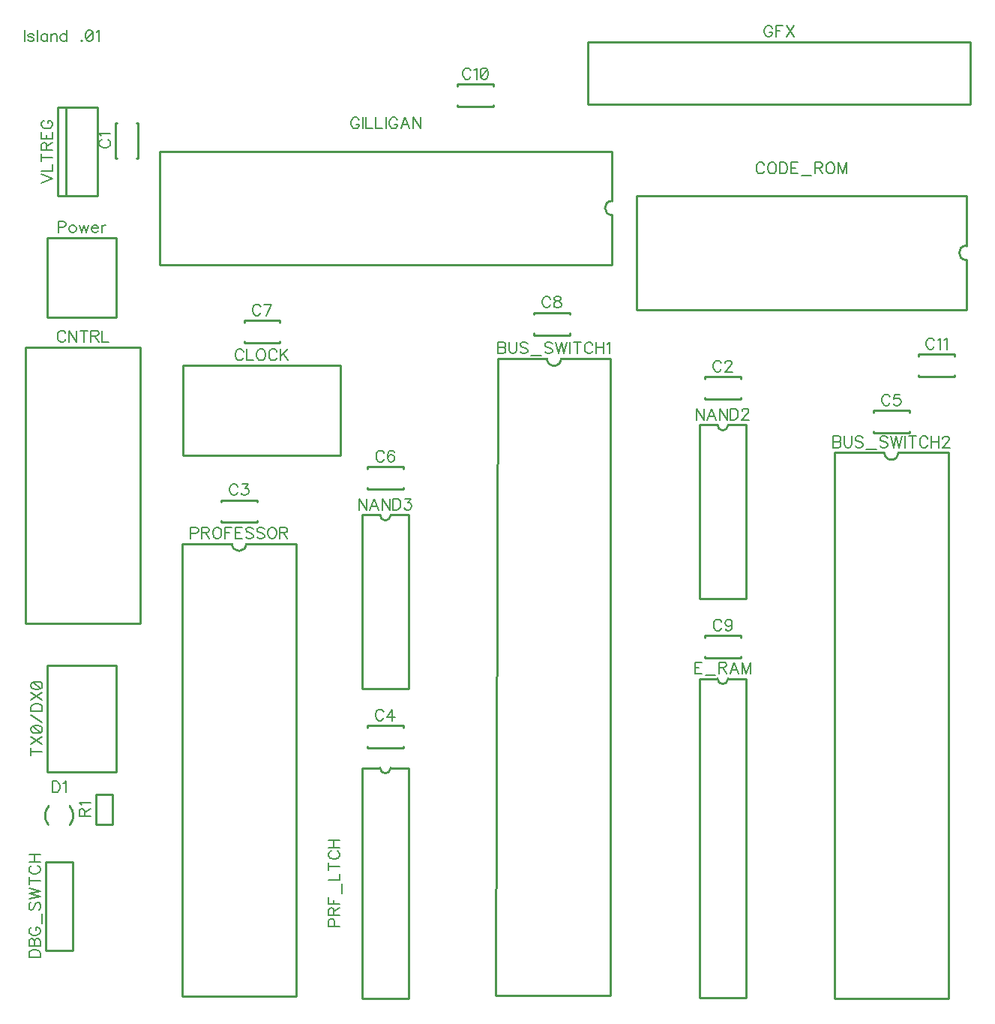
<source format=gbr>
G04 DipTrace 3.2.0.1*
G04 TopSilk.gbr*
%MOIN*%
G04 #@! TF.FileFunction,Legend,Top*
G04 #@! TF.Part,Single*
%ADD10C,0.009843*%
%ADD67C,0.00772*%
%FSLAX26Y26*%
G04*
G70*
G90*
G75*
G01*
G04 TopSilk*
%LPD*%
X2543721Y3323646D2*
D10*
X2533704Y493701D1*
X3043680Y3323646D2*
Y493701D1*
X2533704D2*
X3043680D1*
X2543721Y3323646D2*
X2762264Y3324213D1*
X2825138D2*
X3043680Y3323646D1*
X2762264Y3324213D2*
G03X2825138Y3324213I31437J-264D01*
G01*
X4041744Y2906299D2*
Y481102D1*
X4545658Y2906299D2*
Y481102D1*
X4041744D2*
X4545658D1*
X4041744Y2906299D2*
X4262198D1*
X4545658D2*
X4325204D1*
X4262198D2*
G03X4325204Y2906299I31503J-25D01*
G01*
X942913Y4215007D2*
X935827D1*
X851575D2*
X844488D1*
X851575Y4372394D2*
X844488D1*
X942913D2*
X935827D1*
X844488Y4215007D2*
Y4372394D1*
X942913Y4215007D2*
Y4372394D1*
X3622394Y3242913D2*
Y3235827D1*
Y3151575D2*
Y3144488D1*
X3465007Y3151575D2*
Y3144488D1*
Y3242913D2*
Y3235827D1*
X3622394Y3144488D2*
X3465007D1*
X3622394Y3242913D2*
X3465007D1*
X1472394Y2694882D2*
Y2687795D1*
Y2603543D2*
Y2596457D1*
X1315007Y2603543D2*
Y2596457D1*
Y2694882D2*
Y2687795D1*
X1472394Y2596457D2*
X1315007D1*
X1472394Y2694882D2*
X1315007D1*
X2122394Y1692913D2*
Y1685827D1*
Y1601575D2*
Y1594488D1*
X1965007Y1601575D2*
Y1594488D1*
Y1692913D2*
Y1685827D1*
X2122394Y1594488D2*
X1965007D1*
X2122394Y1692913D2*
X1965007D1*
X4372394Y3092913D2*
Y3085827D1*
Y3001575D2*
Y2994488D1*
X4215007Y3001575D2*
Y2994488D1*
Y3092913D2*
Y3085827D1*
X4372394Y2994488D2*
X4215007D1*
X4372394Y3092913D2*
X4215007D1*
X1965007Y2744488D2*
Y2751575D1*
Y2835827D2*
Y2842913D1*
X2122394Y2835827D2*
Y2842913D1*
Y2744488D2*
Y2751575D1*
X1965007Y2842913D2*
X2122394D1*
X1965007Y2744488D2*
X2122394D1*
X1417007Y3394488D2*
Y3401575D1*
Y3485827D2*
Y3492913D1*
X1574394Y3485827D2*
Y3492913D1*
Y3394488D2*
Y3401575D1*
X1417007Y3492913D2*
X1574394D1*
X1417007Y3394488D2*
X1574394D1*
X2862394Y3527913D2*
Y3520827D1*
Y3436575D2*
Y3429488D1*
X2705007Y3436575D2*
Y3429488D1*
Y3527913D2*
Y3520827D1*
X2862394Y3429488D2*
X2705007D1*
X2862394Y3527913D2*
X2705007D1*
X3465007Y1994488D2*
Y2001575D1*
Y2085827D2*
Y2092913D1*
X3622394Y2085827D2*
Y2092913D1*
Y1994488D2*
Y2001575D1*
X3465007Y2092913D2*
X3622394D1*
X3465007Y1994488D2*
X3622394D1*
X2365007Y4444488D2*
Y4451575D1*
Y4535827D2*
Y4542913D1*
X2522394Y4535827D2*
Y4542913D1*
Y4444488D2*
Y4451575D1*
X2365007Y4542913D2*
X2522394D1*
X2365007Y4444488D2*
X2522394D1*
X4415007Y3244488D2*
Y3251575D1*
Y3335827D2*
Y3342913D1*
X4572394Y3335827D2*
Y3342913D1*
Y3244488D2*
Y3251575D1*
X4415007Y3342913D2*
X4572394D1*
X4415007Y3244488D2*
X4572394D1*
X1143701Y3293701D2*
Y2893701D1*
X1843701D1*
Y3293701D1*
X1643711D1*
X1143701D1*
X444698Y2147703D2*
X954698D1*
X444698Y3375709D2*
Y2147703D1*
X954698Y3375709D2*
Y2147703D1*
X444698Y3375709D2*
X954698D1*
X4625984Y3542542D2*
X3161417D1*
Y4046435D2*
Y3542542D1*
X4625984Y4046435D2*
X3161417D1*
X4625984D2*
Y3825981D1*
Y3542542D2*
Y3762995D1*
Y3825981D2*
G03X4625984Y3762995I5J-31493D01*
G01*
X545701Y1253142D2*
G02X546835Y1335373I47136J40474D01*
G01*
X641701Y1253142D2*
G03X640567Y1335373I-47136J40474D01*
G01*
X532677Y695276D2*
X654724D1*
Y1088976D1*
X532677D1*
Y695276D1*
X3441337Y1902362D2*
Y485039D1*
X3646065Y1902362D2*
Y485039D1*
X3441337D2*
X3646065D1*
X3441337Y1902362D2*
X3520070D1*
X3646065D2*
X3567332D1*
X3520070D2*
G03X3567332Y1902362I23631J103D01*
G01*
X4644488Y4455906D2*
X2942913D1*
Y4731496D1*
X4644488D1*
Y4455906D1*
X3047551Y4245658D2*
X1039764D1*
Y3741744D1*
X3047551D2*
X1039764D1*
X3051575Y4245658D2*
Y4025204D1*
Y3741744D2*
Y3962198D1*
Y4025204D2*
G03X3051575Y3962198I119J-31503D01*
G01*
X3646067Y3029528D2*
Y2257874D1*
X3441334D2*
X3646067D1*
X3441334Y3029528D2*
Y2257874D1*
Y3029528D2*
X3520075D1*
X3646067D2*
X3567327D1*
X3520075D2*
G03X3567327Y3029528I23626J13D01*
G01*
X2146067Y2629528D2*
Y1857874D1*
X1941334D2*
X2146067D1*
X1941334Y2629528D2*
Y1857874D1*
Y2629528D2*
X2020075D1*
X2146067D2*
X2067327D1*
X2020075D2*
G03X2067327Y2629528I23626J13D01*
G01*
X848819Y3861811D2*
X541732D1*
Y3507480D1*
X848819D1*
Y3861811D1*
X2146067Y1505512D2*
Y481890D1*
X1941334D2*
X2146067D1*
X1941334Y1505512D2*
Y481890D1*
Y1505512D2*
X2020075D1*
X2146067D2*
X2067327D1*
X2020075D2*
G03X2067327Y1505512I23626J83D01*
G01*
X1141744Y2497551D2*
Y489764D1*
X1645658D1*
Y2497551D2*
Y489764D1*
X1141744Y2501575D2*
X1362198D1*
X1645658D2*
X1425204D1*
X1362198D2*
G03X1425204Y2501575I31503J119D01*
G01*
X831102Y1388719D2*
X756299D1*
X831102Y1254589D2*
X756299D1*
X831102D2*
Y1388719D1*
X756299Y1254589D2*
Y1388719D1*
X848819Y1961811D2*
X541732D1*
Y1489370D1*
X848819D1*
Y1961811D1*
X587402Y4046850D2*
X764567D1*
Y4440551D1*
X587402D1*
Y4046850D1*
X622835D2*
Y4440551D1*
X2545445Y3397436D2*
D67*
Y3347196D1*
X2567000D1*
X2574186Y3349628D1*
X2576562Y3352004D1*
X2578939Y3356757D1*
Y3363942D1*
X2576562Y3368751D1*
X2574186Y3371127D1*
X2567000Y3373504D1*
X2574186Y3375936D1*
X2576562Y3378312D1*
X2578939Y3383066D1*
Y3387874D1*
X2576562Y3392627D1*
X2574186Y3395059D1*
X2567000Y3397436D1*
X2545445D1*
Y3373504D2*
X2567000D1*
X2594378Y3397436D2*
Y3361566D1*
X2596755Y3354381D1*
X2601563Y3349628D1*
X2608748Y3347196D1*
X2613501D1*
X2620686Y3349628D1*
X2625495Y3354381D1*
X2627871Y3361566D1*
Y3397436D1*
X2676804Y3390251D2*
X2672051Y3395059D1*
X2664866Y3397436D1*
X2655304D1*
X2648119Y3395059D1*
X2643311Y3390251D1*
Y3385497D1*
X2645742Y3380689D1*
X2648119Y3378312D1*
X2652872Y3375936D1*
X2667242Y3371127D1*
X2672051Y3368751D1*
X2674427Y3366319D1*
X2676804Y3361566D1*
Y3354381D1*
X2672051Y3349628D1*
X2664866Y3347196D1*
X2655304D1*
X2648119Y3349628D1*
X2643311Y3354381D1*
X2692243Y3338905D2*
X2737675D1*
X2786607Y3390251D2*
X2781854Y3395059D1*
X2774669Y3397436D1*
X2765107D1*
X2757922Y3395059D1*
X2753114Y3390251D1*
Y3385497D1*
X2755546Y3380689D1*
X2757922Y3378312D1*
X2762676Y3375936D1*
X2777046Y3371127D1*
X2781854Y3368751D1*
X2784231Y3366319D1*
X2786607Y3361566D1*
Y3354381D1*
X2781854Y3349628D1*
X2774669Y3347196D1*
X2765107D1*
X2757922Y3349628D1*
X2753114Y3354381D1*
X2802046Y3397436D2*
X2814040Y3347196D1*
X2825978Y3397436D1*
X2837916Y3347196D1*
X2849910Y3397436D1*
X2865349D2*
Y3347196D1*
X2897535Y3397436D2*
Y3347196D1*
X2880788Y3397436D2*
X2914282D1*
X2965591Y3385497D2*
X2963214Y3390251D1*
X2958406Y3395059D1*
X2953653Y3397436D1*
X2944091D1*
X2939283Y3395059D1*
X2934529Y3390251D1*
X2932098Y3385497D1*
X2929721Y3378312D1*
Y3366319D1*
X2932098Y3359189D1*
X2934529Y3354381D1*
X2939283Y3349628D1*
X2944091Y3347196D1*
X2953653D1*
X2958406Y3349628D1*
X2963214Y3354381D1*
X2965591Y3359189D1*
X2981030Y3397436D2*
Y3347196D1*
X3014523Y3397436D2*
Y3347196D1*
X2981030Y3373504D2*
X3014523D1*
X3029963Y3387819D2*
X3034771Y3390251D1*
X3041956Y3397380D1*
Y3347196D1*
X4034695Y2979522D2*
Y2929282D1*
X4056251D1*
X4063436Y2931714D1*
X4065812Y2934091D1*
X4068189Y2938844D1*
Y2946029D1*
X4065812Y2950837D1*
X4063436Y2953214D1*
X4056251Y2955591D1*
X4063436Y2958022D1*
X4065812Y2960399D1*
X4068189Y2965152D1*
Y2969961D1*
X4065812Y2974714D1*
X4063436Y2977146D1*
X4056251Y2979522D1*
X4034695D1*
Y2955591D2*
X4056251D1*
X4083628Y2979522D2*
Y2943652D1*
X4086005Y2936467D1*
X4090813Y2931714D1*
X4097998Y2929282D1*
X4102751D1*
X4109936Y2931714D1*
X4114745Y2936467D1*
X4117121Y2943652D1*
Y2979522D1*
X4166054Y2972337D2*
X4161301Y2977146D1*
X4154116Y2979522D1*
X4144554D1*
X4137369Y2977146D1*
X4132561Y2972337D1*
Y2967584D1*
X4134992Y2962776D1*
X4137369Y2960399D1*
X4142122Y2958022D1*
X4156492Y2953214D1*
X4161301Y2950837D1*
X4163677Y2948406D1*
X4166054Y2943652D1*
Y2936467D1*
X4161301Y2931714D1*
X4154116Y2929282D1*
X4144554D1*
X4137369Y2931714D1*
X4132561Y2936467D1*
X4181493Y2920992D2*
X4226925D1*
X4275857Y2972337D2*
X4271104Y2977146D1*
X4263919Y2979522D1*
X4254357D1*
X4247172Y2977146D1*
X4242364Y2972337D1*
Y2967584D1*
X4244796Y2962776D1*
X4247172Y2960399D1*
X4251926Y2958022D1*
X4266296Y2953214D1*
X4271104Y2950837D1*
X4273481Y2948406D1*
X4275857Y2943652D1*
Y2936467D1*
X4271104Y2931714D1*
X4263919Y2929282D1*
X4254357D1*
X4247172Y2931714D1*
X4242364Y2936467D1*
X4291297Y2979522D2*
X4303290Y2929282D1*
X4315228Y2979522D1*
X4327166Y2929282D1*
X4339160Y2979522D1*
X4354599D2*
Y2929282D1*
X4386785Y2979522D2*
Y2929282D1*
X4370038Y2979522D2*
X4403532D1*
X4454841Y2967584D2*
X4452464Y2972337D1*
X4447656Y2977146D1*
X4442903Y2979522D1*
X4433341D1*
X4428533Y2977146D1*
X4423780Y2972337D1*
X4421348Y2967584D1*
X4418971Y2960399D1*
Y2948406D1*
X4421348Y2941276D1*
X4423780Y2936467D1*
X4428533Y2931714D1*
X4433341Y2929282D1*
X4442903D1*
X4447656Y2931714D1*
X4452464Y2936467D1*
X4454841Y2941276D1*
X4470280Y2979522D2*
Y2929282D1*
X4503774Y2979522D2*
Y2929282D1*
X4470280Y2955591D2*
X4503774D1*
X4521645Y2967529D2*
Y2969905D1*
X4524021Y2974714D1*
X4526398Y2977090D1*
X4531206Y2979467D1*
X4540768D1*
X4545521Y2977090D1*
X4547898Y2974714D1*
X4550330Y2969905D1*
Y2965152D1*
X4547898Y2960344D1*
X4543145Y2953214D1*
X4519213Y2929282D1*
X4552706D1*
X783203Y4297919D2*
X778450Y4295543D1*
X773642Y4290734D1*
X771265Y4285981D1*
Y4276420D1*
X773642Y4271611D1*
X778450Y4266858D1*
X783203Y4264426D1*
X790388Y4262050D1*
X802382D1*
X809512Y4264426D1*
X814320Y4266858D1*
X819073Y4271611D1*
X821505Y4276420D1*
Y4285981D1*
X819073Y4290734D1*
X814320Y4295543D1*
X809512Y4297919D1*
X780882Y4313359D2*
X778450Y4318167D1*
X771320Y4325352D1*
X821505D1*
X3537169Y3304198D2*
X3534793Y3308951D1*
X3529984Y3313760D1*
X3525231Y3316136D1*
X3515670D1*
X3510861Y3313760D1*
X3506108Y3308951D1*
X3503676Y3304198D1*
X3501300Y3297013D1*
Y3285020D1*
X3503676Y3277890D1*
X3506108Y3273081D1*
X3510861Y3268328D1*
X3515670Y3265896D1*
X3525231D1*
X3529984Y3268328D1*
X3534793Y3273081D1*
X3537169Y3277890D1*
X3555041Y3304143D2*
Y3306520D1*
X3557417Y3311328D1*
X3559794Y3313705D1*
X3564602Y3316081D1*
X3574164D1*
X3578917Y3313705D1*
X3581294Y3311328D1*
X3583725Y3306520D1*
Y3301766D1*
X3581294Y3296958D1*
X3576540Y3289828D1*
X3552609Y3265896D1*
X3586102D1*
X1387169Y2756167D2*
X1384793Y2760920D1*
X1379984Y2765728D1*
X1375231Y2768105D1*
X1365670D1*
X1360861Y2765728D1*
X1356108Y2760920D1*
X1353676Y2756167D1*
X1351300Y2748982D1*
Y2736988D1*
X1353676Y2729858D1*
X1356108Y2725050D1*
X1360861Y2720297D1*
X1365670Y2717865D1*
X1375231D1*
X1379984Y2720297D1*
X1384793Y2725050D1*
X1387169Y2729858D1*
X1407417Y2768050D2*
X1433670D1*
X1419355Y2748926D1*
X1426540D1*
X1431294Y2746550D1*
X1433670Y2744173D1*
X1436102Y2736988D1*
Y2732235D1*
X1433670Y2725050D1*
X1428917Y2720242D1*
X1421732Y2717865D1*
X1414547D1*
X1407417Y2720242D1*
X1405041Y2722673D1*
X1402609Y2727427D1*
X2035981Y1754198D2*
X2033605Y1758951D1*
X2028796Y1763760D1*
X2024043Y1766136D1*
X2014481D1*
X2009673Y1763760D1*
X2004920Y1758951D1*
X2002488Y1754198D1*
X2000111Y1747013D1*
Y1735020D1*
X2002488Y1727890D1*
X2004920Y1723081D1*
X2009673Y1718328D1*
X2014481Y1715896D1*
X2024043D1*
X2028796Y1718328D1*
X2033605Y1723081D1*
X2035981Y1727890D1*
X2075352Y1715896D2*
Y1766081D1*
X2051420Y1732643D1*
X2087290D1*
X4287169Y3154198D2*
X4284793Y3158951D1*
X4279984Y3163760D1*
X4275231Y3166136D1*
X4265670D1*
X4260861Y3163760D1*
X4256108Y3158951D1*
X4253676Y3154198D1*
X4251300Y3147013D1*
Y3135020D1*
X4253676Y3127890D1*
X4256108Y3123081D1*
X4260861Y3118328D1*
X4265670Y3115896D1*
X4275231D1*
X4279984Y3118328D1*
X4284793Y3123081D1*
X4287169Y3127890D1*
X4331294Y3166081D2*
X4307417D1*
X4305041Y3144581D1*
X4307417Y3146958D1*
X4314602Y3149390D1*
X4321732D1*
X4328917Y3146958D1*
X4333725Y3142205D1*
X4336102Y3135020D1*
Y3130267D1*
X4333725Y3123081D1*
X4328917Y3118273D1*
X4321732Y3115896D1*
X4314602D1*
X4307417Y3118273D1*
X4305041Y3120705D1*
X4302609Y3125458D1*
X2038385Y2904198D2*
X2036009Y2908951D1*
X2031200Y2913760D1*
X2026447Y2916136D1*
X2016886D1*
X2012077Y2913760D1*
X2007324Y2908951D1*
X2004892Y2904198D1*
X2002515Y2897013D1*
Y2885020D1*
X2004892Y2877890D1*
X2007324Y2873081D1*
X2012077Y2868328D1*
X2016886Y2865896D1*
X2026447D1*
X2031200Y2868328D1*
X2036009Y2873081D1*
X2038385Y2877890D1*
X2082510Y2908951D2*
X2080133Y2913705D1*
X2072948Y2916081D1*
X2068195D1*
X2061010Y2913705D1*
X2056201Y2906520D1*
X2053825Y2894581D1*
Y2882643D1*
X2056201Y2873081D1*
X2061010Y2868273D1*
X2068195Y2865896D1*
X2070571D1*
X2077701Y2868273D1*
X2082510Y2873081D1*
X2084886Y2880267D1*
Y2882643D1*
X2082510Y2889828D1*
X2077701Y2894581D1*
X2070571Y2896958D1*
X2068195D1*
X2061010Y2894581D1*
X2056201Y2889828D1*
X2053825Y2882643D1*
X1489169Y3554198D2*
X1486793Y3558951D1*
X1481984Y3563760D1*
X1477231Y3566136D1*
X1467670D1*
X1462861Y3563760D1*
X1458108Y3558951D1*
X1455676Y3554198D1*
X1453300Y3547013D1*
Y3535020D1*
X1455676Y3527890D1*
X1458108Y3523081D1*
X1462861Y3518328D1*
X1467670Y3515896D1*
X1477231D1*
X1481984Y3518328D1*
X1486793Y3523081D1*
X1489169Y3527890D1*
X1514170Y3515896D2*
X1538102Y3566081D1*
X1504609D1*
X2777197Y3589198D2*
X2774821Y3593951D1*
X2770012Y3598760D1*
X2765259Y3601136D1*
X2755697D1*
X2750889Y3598760D1*
X2746136Y3593951D1*
X2743704Y3589198D1*
X2741327Y3582013D1*
Y3570020D1*
X2743704Y3562890D1*
X2746136Y3558081D1*
X2750889Y3553328D1*
X2755697Y3550896D1*
X2765259D1*
X2770012Y3553328D1*
X2774821Y3558081D1*
X2777197Y3562890D1*
X2804575Y3601081D2*
X2797445Y3598705D1*
X2795013Y3593951D1*
Y3589143D1*
X2797445Y3584390D1*
X2802198Y3581958D1*
X2811760Y3579581D1*
X2818945Y3577205D1*
X2823698Y3572396D1*
X2826074Y3567643D1*
Y3560458D1*
X2823698Y3555705D1*
X2821321Y3553273D1*
X2814136Y3550896D1*
X2804575D1*
X2797445Y3553273D1*
X2795013Y3555705D1*
X2792636Y3560458D1*
Y3567643D1*
X2795013Y3572396D1*
X2799821Y3577205D1*
X2806951Y3579581D1*
X2816513Y3581958D1*
X2821321Y3584390D1*
X2823698Y3589143D1*
Y3593951D1*
X2821321Y3598705D1*
X2814136Y3601081D1*
X2804575D1*
X3538358Y2154198D2*
X3535981Y2158951D1*
X3531173Y2163760D1*
X3526420Y2166136D1*
X3516858D1*
X3512049Y2163760D1*
X3507296Y2158951D1*
X3504864Y2154198D1*
X3502488Y2147013D1*
Y2135020D1*
X3504864Y2127890D1*
X3507296Y2123081D1*
X3512049Y2118328D1*
X3516858Y2115896D1*
X3526420D1*
X3531173Y2118328D1*
X3535981Y2123081D1*
X3538358Y2127890D1*
X3584914Y2149390D2*
X3582482Y2142205D1*
X3577729Y2137396D1*
X3570544Y2135020D1*
X3568167D1*
X3560982Y2137396D1*
X3556229Y2142205D1*
X3553797Y2149390D1*
Y2151766D1*
X3556229Y2158951D1*
X3560982Y2163705D1*
X3568167Y2166081D1*
X3570544D1*
X3577729Y2163705D1*
X3582482Y2158951D1*
X3584914Y2149390D1*
Y2137396D1*
X3582482Y2125458D1*
X3577729Y2118273D1*
X3570544Y2115896D1*
X3565790D1*
X3558605Y2118273D1*
X3556229Y2123081D1*
X2423453Y4604198D2*
X2421077Y4608951D1*
X2416268Y4613760D1*
X2411515Y4616136D1*
X2401953D1*
X2397145Y4613760D1*
X2392392Y4608951D1*
X2389960Y4604198D1*
X2387583Y4597013D1*
Y4585020D1*
X2389960Y4577890D1*
X2392392Y4573081D1*
X2397145Y4568328D1*
X2401953Y4565896D1*
X2411515D1*
X2416268Y4568328D1*
X2421077Y4573081D1*
X2423453Y4577890D1*
X2438892Y4606520D2*
X2443701Y4608951D1*
X2450886Y4616081D1*
Y4565896D1*
X2480695Y4616081D2*
X2473510Y4613705D1*
X2468702Y4606520D1*
X2466325Y4594581D1*
Y4587396D1*
X2468702Y4575458D1*
X2473510Y4568273D1*
X2480695Y4565896D1*
X2485448D1*
X2492633Y4568273D1*
X2497387Y4575458D1*
X2499818Y4587396D1*
Y4594581D1*
X2497387Y4606520D1*
X2492633Y4613705D1*
X2485448Y4616081D1*
X2480695D1*
X2497387Y4606520D2*
X2468702Y4575458D1*
X4484203Y3404198D2*
X4481826Y3408951D1*
X4477018Y3413760D1*
X4472265Y3416136D1*
X4462703D1*
X4457895Y3413760D1*
X4453142Y3408951D1*
X4450710Y3404198D1*
X4448333Y3397013D1*
Y3385020D1*
X4450710Y3377890D1*
X4453142Y3373081D1*
X4457895Y3368328D1*
X4462703Y3365896D1*
X4472265D1*
X4477018Y3368328D1*
X4481826Y3373081D1*
X4484203Y3377890D1*
X4499642Y3406520D2*
X4504451Y3408951D1*
X4511636Y3416081D1*
Y3365896D1*
X4527075Y3406520D2*
X4531883Y3408951D1*
X4539068Y3416081D1*
Y3365896D1*
X1412610Y3354986D2*
X1410233Y3359739D1*
X1405425Y3364547D1*
X1400672Y3366924D1*
X1391110D1*
X1386302Y3364547D1*
X1381548Y3359739D1*
X1379117Y3354986D1*
X1376740Y3347801D1*
Y3335807D1*
X1379117Y3328677D1*
X1381548Y3323869D1*
X1386302Y3319116D1*
X1391110Y3316684D1*
X1400672D1*
X1405425Y3319116D1*
X1410233Y3323869D1*
X1412610Y3328677D1*
X1428049Y3366924D2*
Y3316684D1*
X1456734D1*
X1486543Y3366924D2*
X1481735Y3364547D1*
X1476982Y3359739D1*
X1474550Y3354986D1*
X1472173Y3347801D1*
Y3335807D1*
X1474550Y3328677D1*
X1476982Y3323869D1*
X1481735Y3319116D1*
X1486543Y3316684D1*
X1496105D1*
X1500858Y3319116D1*
X1505667Y3323869D1*
X1508043Y3328677D1*
X1510420Y3335807D1*
Y3347801D1*
X1508043Y3354986D1*
X1505667Y3359739D1*
X1500858Y3364547D1*
X1496105Y3366924D1*
X1486543D1*
X1561729Y3354986D2*
X1559352Y3359739D1*
X1554544Y3364547D1*
X1549791Y3366924D1*
X1540229D1*
X1535421Y3364547D1*
X1530668Y3359739D1*
X1528236Y3354986D1*
X1525859Y3347801D1*
Y3335807D1*
X1528236Y3328677D1*
X1530668Y3323869D1*
X1535421Y3319116D1*
X1540229Y3316684D1*
X1549791D1*
X1554544Y3319116D1*
X1559352Y3323869D1*
X1561729Y3328677D1*
X1577168Y3366924D2*
Y3316684D1*
X1610662Y3366924D2*
X1577168Y3333431D1*
X1589106Y3345424D2*
X1610662Y3316684D1*
X622172Y3436994D2*
X619796Y3441747D1*
X614987Y3446555D1*
X610234Y3448932D1*
X600672D1*
X595864Y3446555D1*
X591111Y3441747D1*
X588679Y3436994D1*
X586302Y3429808D1*
Y3417815D1*
X588679Y3410685D1*
X591111Y3405877D1*
X595864Y3401124D1*
X600672Y3398692D1*
X610234D1*
X614987Y3401124D1*
X619796Y3405877D1*
X622172Y3410685D1*
X671105Y3448932D2*
Y3398692D1*
X637611Y3448932D1*
Y3398692D1*
X703291Y3448932D2*
Y3398692D1*
X686544Y3448932D2*
X720037D1*
X735477Y3425000D2*
X756976D1*
X764161Y3427432D1*
X766593Y3429808D1*
X768970Y3434562D1*
Y3439370D1*
X766593Y3444123D1*
X764161Y3446555D1*
X756976Y3448932D1*
X735477D1*
Y3398692D1*
X752223Y3425000D2*
X768970Y3398692D1*
X784409Y3448932D2*
Y3398692D1*
X813094D1*
X3728489Y4184513D2*
X3726112Y4189266D1*
X3721304Y4194075D1*
X3716551Y4196451D1*
X3706989D1*
X3702180Y4194075D1*
X3697427Y4189266D1*
X3694995Y4184513D1*
X3692619Y4177328D1*
Y4165335D1*
X3694995Y4158205D1*
X3697427Y4153396D1*
X3702180Y4148643D1*
X3706989Y4146211D1*
X3716551D1*
X3721304Y4148643D1*
X3726112Y4153396D1*
X3728489Y4158205D1*
X3758298Y4196451D2*
X3753490Y4194075D1*
X3748736Y4189266D1*
X3746305Y4184513D1*
X3743928Y4177328D1*
Y4165335D1*
X3746305Y4158205D1*
X3748736Y4153396D1*
X3753490Y4148643D1*
X3758298Y4146211D1*
X3767860D1*
X3772613Y4148643D1*
X3777421Y4153396D1*
X3779798Y4158205D1*
X3782175Y4165335D1*
Y4177328D1*
X3779798Y4184513D1*
X3777421Y4189266D1*
X3772613Y4194075D1*
X3767860Y4196451D1*
X3758298D1*
X3797614D2*
Y4146211D1*
X3814360D1*
X3821545Y4148643D1*
X3826354Y4153396D1*
X3828731Y4158205D1*
X3831107Y4165335D1*
Y4177328D1*
X3828731Y4184513D1*
X3826354Y4189266D1*
X3821545Y4194075D1*
X3814360Y4196451D1*
X3797614D1*
X3877608D2*
X3846546D1*
Y4146211D1*
X3877608D1*
X3846546Y4172520D2*
X3865670D1*
X3893047Y4137921D2*
X3938479D1*
X3953918Y4172520D2*
X3975418D1*
X3982603Y4174952D1*
X3985035Y4177328D1*
X3987411Y4182081D1*
Y4186890D1*
X3985035Y4191643D1*
X3982603Y4194075D1*
X3975418Y4196451D1*
X3953918D1*
Y4146211D1*
X3970665Y4172520D2*
X3987411Y4146211D1*
X4017221Y4196451D2*
X4012412Y4194075D1*
X4007659Y4189266D1*
X4005227Y4184513D1*
X4002850Y4177328D1*
Y4165335D1*
X4005227Y4158205D1*
X4007659Y4153396D1*
X4012412Y4148643D1*
X4017221Y4146211D1*
X4026782D1*
X4031535Y4148643D1*
X4036344Y4153396D1*
X4038720Y4158205D1*
X4041097Y4165335D1*
Y4177328D1*
X4038720Y4184513D1*
X4036344Y4189266D1*
X4031535Y4194075D1*
X4026782Y4196451D1*
X4017221D1*
X4094783Y4146211D2*
Y4196451D1*
X4075659Y4146211D1*
X4056536Y4196451D1*
Y4146211D1*
X563238Y1446451D2*
Y1396211D1*
X579984D1*
X587169Y1398643D1*
X591978Y1403396D1*
X594354Y1408205D1*
X596731Y1415335D1*
Y1427328D1*
X594354Y1434513D1*
X591978Y1439266D1*
X587169Y1444075D1*
X579984Y1446451D1*
X563238D1*
X612170Y1436835D2*
X616979Y1439266D1*
X624164Y1446396D1*
Y1396211D1*
X459454Y664118D2*
X509694D1*
Y680865D1*
X507262Y688050D1*
X502509Y692858D1*
X497701Y695235D1*
X490571Y697612D1*
X478577D1*
X471392Y695235D1*
X466639Y692859D1*
X461831Y688050D1*
X459454Y680865D1*
Y664118D1*
Y713051D2*
X509694D1*
Y734606D1*
X507262Y741791D1*
X504886Y744168D1*
X500133Y746544D1*
X492947D1*
X488139Y744168D1*
X485762Y741791D1*
X483386Y734606D1*
X480954Y741791D1*
X478577Y744168D1*
X473824Y746544D1*
X469016D1*
X464263Y744168D1*
X461831Y741791D1*
X459454Y734606D1*
Y713051D1*
X483386D2*
Y734606D1*
X471392Y797853D2*
X466639Y795477D1*
X461831Y790668D1*
X459454Y785915D1*
Y776354D1*
X461831Y771545D1*
X466639Y766792D1*
X471392Y764360D1*
X478577Y761983D1*
X490571D1*
X497701Y764360D1*
X502509Y766792D1*
X507262Y771545D1*
X509694Y776353D1*
Y785915D1*
X507262Y790668D1*
X502509Y795477D1*
X497701Y797853D1*
X490571D1*
Y785915D1*
X517985Y813293D2*
Y858724D1*
X466639Y907657D2*
X461831Y902904D1*
X459454Y895719D1*
Y886157D1*
X461831Y878972D1*
X466639Y874163D1*
X471392D1*
X476201Y876595D1*
X478577Y878972D1*
X480954Y883725D1*
X485762Y898095D1*
X488139Y902904D1*
X490571Y905280D1*
X495324Y907657D1*
X502509D1*
X507262Y902904D1*
X509694Y895719D1*
Y886157D1*
X507262Y878972D1*
X502509Y874163D1*
X459454Y923096D2*
X509694Y935089D1*
X459454Y947028D1*
X509694Y958966D1*
X459454Y970959D1*
Y1003145D2*
X509694D1*
X459454Y986399D2*
Y1019892D1*
X471392Y1071201D2*
X466639Y1068825D1*
X461831Y1064016D1*
X459454Y1059263D1*
Y1049701D1*
X461831Y1044893D1*
X466639Y1040140D1*
X471392Y1037708D1*
X478577Y1035331D1*
X490571D1*
X497701Y1037708D1*
X502509Y1040140D1*
X507262Y1044893D1*
X509694Y1049701D1*
Y1059263D1*
X507262Y1064016D1*
X502509Y1068825D1*
X497701Y1071201D1*
X459454Y1086640D2*
X509694D1*
X459454Y1120134D2*
X509694D1*
X483386Y1086640D2*
Y1120134D1*
X3450616Y1975585D2*
X3419555D1*
Y1925345D1*
X3450616D1*
X3419555Y1951654D2*
X3438678D1*
X3466056Y1917055D2*
X3511487D1*
X3526926Y1951654D2*
X3548426D1*
X3555611Y1954085D1*
X3558043Y1956462D1*
X3560420Y1961215D1*
Y1966024D1*
X3558043Y1970777D1*
X3555611Y1973209D1*
X3548426Y1975585D1*
X3526926D1*
Y1925345D1*
X3543673Y1951654D2*
X3560420Y1925345D1*
X3614161D2*
X3594982Y1975585D1*
X3575859Y1925345D1*
X3583044Y1942092D2*
X3606976D1*
X3667847Y1925345D2*
Y1975585D1*
X3648723Y1925345D1*
X3629600Y1975585D1*
Y1925345D1*
X3763891Y4792781D2*
X3761515Y4797534D1*
X3756706Y4802343D1*
X3751953Y4804719D1*
X3742392D1*
X3737583Y4802343D1*
X3732830Y4797534D1*
X3730398Y4792781D1*
X3728022Y4785596D1*
Y4773602D1*
X3730398Y4766473D1*
X3732830Y4761664D1*
X3737583Y4756911D1*
X3742392Y4754479D1*
X3751953D1*
X3756706Y4756911D1*
X3761515Y4761664D1*
X3763891Y4766473D1*
Y4773602D1*
X3751953D1*
X3810447Y4804719D2*
X3779331D1*
Y4754479D1*
Y4780787D2*
X3798454D1*
X3825887Y4804719D2*
X3859380Y4754479D1*
Y4804719D2*
X3825887Y4754479D1*
X1927049Y4384513D2*
X1924673Y4389266D1*
X1919864Y4394075D1*
X1915111Y4396451D1*
X1905550D1*
X1900741Y4394075D1*
X1895988Y4389266D1*
X1893556Y4384513D1*
X1891180Y4377328D1*
Y4365335D1*
X1893556Y4358205D1*
X1895988Y4353396D1*
X1900741Y4348643D1*
X1905550Y4346211D1*
X1915111D1*
X1919864Y4348643D1*
X1924673Y4353396D1*
X1927049Y4358205D1*
Y4365335D1*
X1915111D1*
X1942489Y4396451D2*
Y4346211D1*
X1957928Y4396451D2*
Y4346211D1*
X1986613D1*
X2002052Y4396451D2*
Y4346211D1*
X2030737D1*
X2046176Y4396451D2*
Y4346211D1*
X2097485Y4384513D2*
X2095109Y4389266D1*
X2090300Y4394075D1*
X2085547Y4396451D1*
X2075986D1*
X2071177Y4394075D1*
X2066424Y4389266D1*
X2063992Y4384513D1*
X2061615Y4377328D1*
Y4365335D1*
X2063992Y4358205D1*
X2066424Y4353396D1*
X2071177Y4348643D1*
X2075986Y4346211D1*
X2085547D1*
X2090300Y4348643D1*
X2095109Y4353396D1*
X2097485Y4358205D1*
Y4365335D1*
X2085547D1*
X2151226Y4346211D2*
X2132048Y4396451D1*
X2112925Y4346211D1*
X2120110Y4362958D2*
X2144041D1*
X2200159Y4396451D2*
Y4346211D1*
X2166666Y4396451D1*
Y4346211D1*
X3460178Y3102751D2*
Y3052511D1*
X3426685Y3102751D1*
Y3052511D1*
X3513919D2*
X3494741Y3102751D1*
X3475617Y3052511D1*
X3482802Y3069257D2*
X3506734D1*
X3562852Y3102751D2*
Y3052511D1*
X3529358Y3102751D1*
Y3052511D1*
X3578291Y3102751D2*
Y3052511D1*
X3595038D1*
X3602223Y3054942D1*
X3607031Y3059696D1*
X3609408Y3064504D1*
X3611784Y3071634D1*
Y3083627D1*
X3609408Y3090812D1*
X3607031Y3095566D1*
X3602223Y3100374D1*
X3595038Y3102751D1*
X3578291D1*
X3629655Y3090757D2*
Y3093134D1*
X3632032Y3097942D1*
X3634409Y3100319D1*
X3639217Y3102695D1*
X3648779D1*
X3653532Y3100319D1*
X3655908Y3097942D1*
X3658340Y3093134D1*
Y3088381D1*
X3655908Y3083572D1*
X3651155Y3076442D1*
X3627224Y3052511D1*
X3660717D1*
X1960178Y2702751D2*
Y2652511D1*
X1926685Y2702751D1*
Y2652511D1*
X2013919D2*
X1994741Y2702751D1*
X1975617Y2652511D1*
X1982802Y2669257D2*
X2006734D1*
X2062852Y2702751D2*
Y2652511D1*
X2029358Y2702751D1*
Y2652511D1*
X2078291Y2702751D2*
Y2652511D1*
X2095038D1*
X2102223Y2654942D1*
X2107031Y2659696D1*
X2109408Y2664504D1*
X2111784Y2671634D1*
Y2683627D1*
X2109408Y2690812D1*
X2107031Y2695566D1*
X2102223Y2700374D1*
X2095038Y2702751D1*
X2078291D1*
X2132032Y2702695D2*
X2158285D1*
X2143970Y2683572D1*
X2151155D1*
X2155908Y2681196D1*
X2158285Y2678819D1*
X2160717Y2671634D1*
Y2666881D1*
X2158285Y2659696D1*
X2153532Y2654887D1*
X2146347Y2652511D1*
X2139162D1*
X2132032Y2654887D1*
X2129655Y2657319D1*
X2127224Y2662072D1*
X589037Y3908726D2*
X610592D1*
X617722Y3911102D1*
X620154Y3913534D1*
X622530Y3918287D1*
Y3925472D1*
X620154Y3930226D1*
X617722Y3932658D1*
X610592Y3935034D1*
X589037D1*
Y3884794D1*
X649908Y3918287D2*
X645155Y3915911D1*
X640346Y3911102D1*
X637970Y3903917D1*
Y3899164D1*
X640346Y3891979D1*
X645155Y3887226D1*
X649908Y3884794D1*
X657093D1*
X661901Y3887226D1*
X666655Y3891979D1*
X669086Y3899164D1*
Y3903917D1*
X666655Y3911102D1*
X661901Y3915911D1*
X657093Y3918287D1*
X649908D1*
X684526D2*
X694087Y3884794D1*
X703649Y3918287D1*
X713211Y3884794D1*
X722772Y3918287D1*
X738211Y3903917D2*
X766896D1*
Y3908726D1*
X764520Y3913534D1*
X762143Y3915911D1*
X757335Y3918287D1*
X750150D1*
X745396Y3915911D1*
X740588Y3911102D1*
X738211Y3903917D1*
Y3899164D1*
X740588Y3891979D1*
X745396Y3887226D1*
X750150Y3884794D1*
X757335D1*
X762143Y3887226D1*
X766896Y3891979D1*
X782336Y3918287D2*
Y3884794D1*
Y3903917D2*
X784767Y3911102D1*
X789521Y3915911D1*
X794329Y3918287D1*
X801514D1*
X1817258Y802125D2*
X1817259Y823680D1*
X1814882Y830810D1*
X1812450Y833242D1*
X1807697Y835619D1*
X1800512D1*
X1795759Y833242D1*
X1793327Y830810D1*
X1790950Y823680D1*
Y802125D1*
X1841190D1*
X1814882Y851058D2*
Y872558D1*
X1812450Y879743D1*
X1810073Y882175D1*
X1805320Y884551D1*
X1800512D1*
X1795759Y882175D1*
X1793327Y879743D1*
X1790950Y872558D1*
Y851058D1*
X1841190D1*
X1814882Y867804D2*
X1841190Y884551D1*
X1790950Y931107D2*
Y899990D1*
X1841190D1*
X1814882D2*
Y919114D1*
X1849481Y946546D2*
Y991978D1*
X1790950Y1007417D2*
X1841190D1*
Y1036102D1*
X1790950Y1068288D2*
X1841190D1*
X1790950Y1051541D2*
Y1085035D1*
X1802888Y1136344D2*
X1798135Y1133967D1*
X1793327Y1129159D1*
X1790950Y1124406D1*
Y1114844D1*
X1793327Y1110036D1*
X1798135Y1105282D1*
X1802888Y1102850D1*
X1810073Y1100474D1*
X1822067D1*
X1829197Y1102850D1*
X1834005Y1105282D1*
X1838758Y1110036D1*
X1841190Y1114844D1*
Y1124406D1*
X1838758Y1129159D1*
X1834005Y1133967D1*
X1829197Y1136344D1*
X1790950Y1151783D2*
X1841190D1*
X1790950Y1185276D2*
X1841190D1*
X1814882Y1151783D2*
Y1185276D1*
X1178875Y2548490D2*
X1200430D1*
X1207560Y2550866D1*
X1209992Y2553298D1*
X1212368Y2558051D1*
Y2565236D1*
X1209992Y2569989D1*
X1207560Y2572421D1*
X1200430Y2574798D1*
X1178875D1*
Y2524558D1*
X1227807Y2550866D2*
X1249307D1*
X1256492Y2553298D1*
X1258924Y2555675D1*
X1261301Y2560428D1*
Y2565236D1*
X1258924Y2569989D1*
X1256492Y2572421D1*
X1249307Y2574798D1*
X1227807D1*
Y2524558D1*
X1244554Y2550866D2*
X1261301Y2524558D1*
X1291110Y2574798D2*
X1286302Y2572421D1*
X1281548Y2567613D1*
X1279117Y2562860D1*
X1276740Y2555675D1*
Y2543681D1*
X1279117Y2536551D1*
X1281548Y2531743D1*
X1286302Y2526990D1*
X1291110Y2524558D1*
X1300672D1*
X1305425Y2526990D1*
X1310233Y2531743D1*
X1312610Y2536551D1*
X1314987Y2543681D1*
Y2555675D1*
X1312610Y2562860D1*
X1310233Y2567613D1*
X1305425Y2572421D1*
X1300672Y2574798D1*
X1291110D1*
X1361543D2*
X1330426D1*
Y2524558D1*
Y2550866D2*
X1349549D1*
X1408043Y2574798D2*
X1376982D1*
Y2524558D1*
X1408043D1*
X1376982Y2550866D2*
X1396105D1*
X1456976Y2567613D2*
X1452223Y2572421D1*
X1445038Y2574798D1*
X1435476D1*
X1428291Y2572421D1*
X1423482Y2567613D1*
Y2562860D1*
X1425914Y2558051D1*
X1428291Y2555675D1*
X1433044Y2553298D1*
X1447414Y2548490D1*
X1452223Y2546113D1*
X1454599Y2543681D1*
X1456976Y2538928D1*
Y2531743D1*
X1452223Y2526990D1*
X1445038Y2524558D1*
X1435476D1*
X1428291Y2526990D1*
X1423482Y2531743D1*
X1505908Y2567613D2*
X1501155Y2572421D1*
X1493970Y2574798D1*
X1484409D1*
X1477224Y2572421D1*
X1472415Y2567613D1*
Y2562860D1*
X1474847Y2558051D1*
X1477224Y2555675D1*
X1481977Y2553298D1*
X1496347Y2548490D1*
X1501155Y2546113D1*
X1503532Y2543681D1*
X1505908Y2538928D1*
Y2531743D1*
X1501155Y2526990D1*
X1493970Y2524558D1*
X1484409D1*
X1477224Y2526990D1*
X1472415Y2531743D1*
X1535718Y2574798D2*
X1530909Y2572421D1*
X1526156Y2567613D1*
X1523724Y2562860D1*
X1521348Y2555675D1*
Y2543681D1*
X1523724Y2536551D1*
X1526156Y2531743D1*
X1530909Y2526990D1*
X1535718Y2524558D1*
X1545279D1*
X1550033Y2526990D1*
X1554841Y2531743D1*
X1557218Y2536551D1*
X1559594Y2543681D1*
Y2555675D1*
X1557218Y2562860D1*
X1554841Y2567613D1*
X1550033Y2572421D1*
X1545279Y2574798D1*
X1535718D1*
X1575033Y2550866D2*
X1596533D1*
X1603718Y2553298D1*
X1606150Y2555675D1*
X1608527Y2560428D1*
Y2565236D1*
X1606150Y2569989D1*
X1603718Y2572421D1*
X1596533Y2574798D1*
X1575033D1*
Y2524558D1*
X1591780Y2550866D2*
X1608527Y2524558D1*
X707008Y1291191D2*
Y1312690D1*
X704576Y1319875D1*
X702199Y1322307D1*
X697446Y1324684D1*
X692638D1*
X687885Y1322307D1*
X685453Y1319876D1*
X683076Y1312690D1*
Y1291191D1*
X733316D1*
X707008Y1307937D2*
X733316Y1324684D1*
X692693Y1340123D2*
X690261Y1344932D1*
X683131Y1352117D1*
X733316D1*
X468509Y1578793D2*
X518749D1*
X468509Y1562046D2*
Y1595540D1*
Y1610979D2*
X518749Y1644472D1*
X468509D2*
X518749Y1610979D1*
X468565Y1674281D2*
X470941Y1667096D1*
X478126Y1662288D1*
X490064Y1659911D1*
X497249D1*
X509188Y1662288D1*
X516373Y1667096D1*
X518749Y1674281D1*
Y1679035D1*
X516373Y1686220D1*
X509188Y1690973D1*
X497249Y1693405D1*
X490064D1*
X478126Y1690973D1*
X470941Y1686220D1*
X468565Y1679035D1*
Y1674281D1*
X478126Y1690973D2*
X509188Y1662288D1*
X518749Y1708844D2*
X468565Y1742337D1*
X468509Y1757776D2*
X518749D1*
Y1774523D1*
X516317Y1781708D1*
X511564Y1786517D1*
X506756Y1788893D1*
X499626Y1791270D1*
X487632D1*
X480447Y1788893D1*
X475694Y1786517D1*
X470886Y1781708D1*
X468509Y1774523D1*
Y1757776D1*
Y1806709D2*
X518749Y1840202D1*
X468509D2*
X518749Y1806709D1*
X468565Y1870012D2*
X470941Y1862827D1*
X478126Y1858018D1*
X490064Y1855642D1*
X497249D1*
X509188Y1858018D1*
X516373Y1862827D1*
X518749Y1870012D1*
Y1874765D1*
X516373Y1881950D1*
X509188Y1886703D1*
X497249Y1889135D1*
X490064D1*
X478126Y1886703D1*
X470941Y1881950D1*
X468565Y1874765D1*
Y1870012D1*
X478126Y1886703D2*
X509188Y1858018D1*
X514178Y4104678D2*
X564419Y4123801D1*
X514179Y4142925D1*
Y4158364D2*
X564419D1*
Y4187049D1*
X514179Y4219235D2*
X564419Y4219234D1*
X514179Y4202488D2*
Y4235981D1*
X538110Y4251420D2*
Y4272920D1*
X535678Y4280105D1*
X533302Y4282537D1*
X528549Y4284914D1*
X523740D1*
X518987Y4282537D1*
X516555Y4280105D1*
X514179Y4272920D1*
Y4251420D1*
X564419D1*
X538110Y4268167D2*
X564419Y4284914D1*
X514179Y4331414D2*
Y4300353D1*
X564419D1*
Y4331414D1*
X538110Y4300353D2*
Y4319476D1*
X526117Y4382724D2*
X521364Y4380347D1*
X516555Y4375539D1*
X514179Y4370785D1*
Y4361224D1*
X516555Y4356415D1*
X521364Y4351662D1*
X526117Y4349230D1*
X533302Y4346854D1*
X545295D1*
X552425Y4349230D1*
X557233Y4351662D1*
X561987Y4356415D1*
X564419Y4361224D1*
Y4370785D1*
X561987Y4375539D1*
X557233Y4380347D1*
X552425Y4382724D1*
X545295D1*
Y4370785D1*
X439841Y4784462D2*
Y4734222D1*
X481589Y4760530D2*
X479212Y4765338D1*
X472027Y4767715D1*
X464842D1*
X457657Y4765338D1*
X455280Y4760530D1*
X457657Y4755777D1*
X462465Y4753345D1*
X474403Y4750968D1*
X479212Y4748592D1*
X481589Y4743783D1*
Y4741407D1*
X479212Y4736654D1*
X472027Y4734222D1*
X464842D1*
X457657Y4736654D1*
X455280Y4741407D1*
X497028Y4784462D2*
Y4734222D1*
X541152Y4767715D2*
Y4734222D1*
Y4760530D2*
X536399Y4765338D1*
X531590Y4767715D1*
X524461D1*
X519652Y4765338D1*
X514899Y4760530D1*
X512467Y4753345D1*
Y4748592D1*
X514899Y4741407D1*
X519652Y4736654D1*
X524461Y4734222D1*
X531590D1*
X536399Y4736654D1*
X541152Y4741407D1*
X556591Y4767715D2*
Y4734222D1*
Y4758153D2*
X563776Y4765338D1*
X568585Y4767715D1*
X575714D1*
X580523Y4765338D1*
X582899Y4758153D1*
Y4734222D1*
X627024Y4784462D2*
Y4734222D1*
Y4760530D2*
X622270Y4765338D1*
X617462Y4767715D1*
X610277D1*
X605524Y4765338D1*
X600715Y4760530D1*
X598339Y4753345D1*
Y4748592D1*
X600715Y4741407D1*
X605524Y4736654D1*
X610277Y4734222D1*
X617462D1*
X622270Y4736654D1*
X627024Y4741407D1*
X693440Y4739030D2*
X691064Y4736598D1*
X693440Y4734222D1*
X695872Y4736598D1*
X693440Y4739030D1*
X725682Y4784406D2*
X718497Y4782030D1*
X713688Y4774845D1*
X711311Y4762907D1*
Y4755722D1*
X713688Y4743783D1*
X718497Y4736598D1*
X725682Y4734222D1*
X730435D1*
X737620Y4736598D1*
X742373Y4743783D1*
X744805Y4755722D1*
Y4762907D1*
X742373Y4774845D1*
X737620Y4782030D1*
X730435Y4784406D1*
X725682D1*
X742373Y4774845D2*
X713688Y4743783D1*
X760244Y4774845D2*
X765053Y4777277D1*
X772238Y4784406D1*
Y4734222D1*
M02*

</source>
